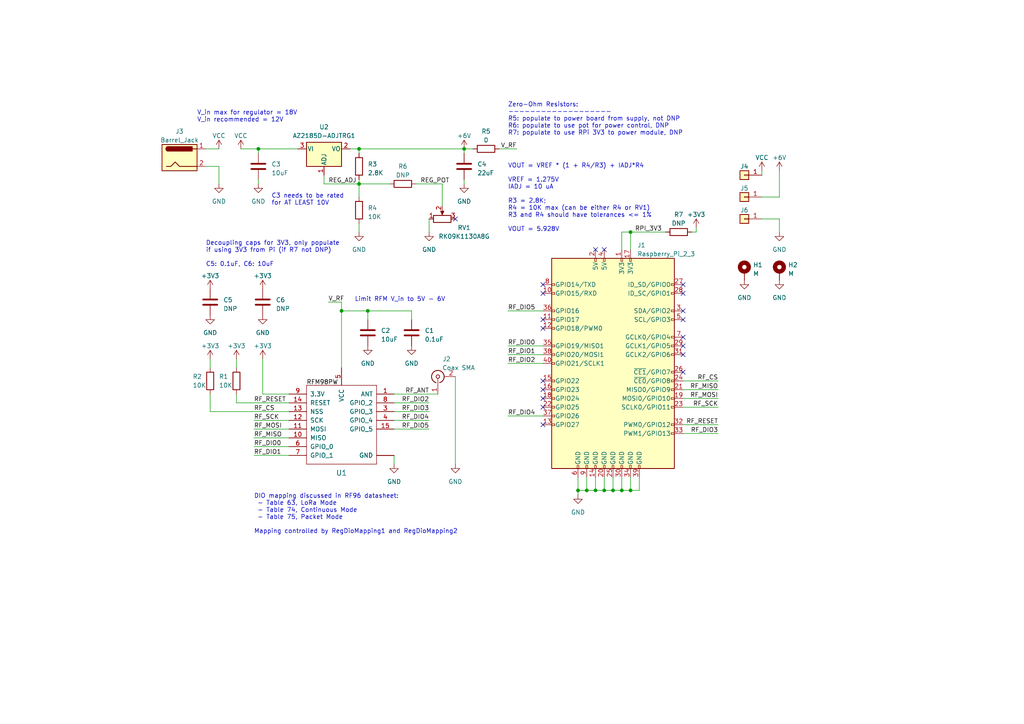
<source format=kicad_sch>
(kicad_sch (version 20230121) (generator eeschema)
  (paper "A4")
  (title_block (title "Argus-1 Ground Station") (date "2023-10-29") (rev "v1.1") (company "LICENSE: CC BY 4.0") (comment 1 "Carnegie Mellon University") (comment 2 "Author: Akshat Sahay") (comment 3 "Comms-Ops Team") (comment 4 "CMU Spacecraft Design-Build-Fly 2023"))
  (lib_symbols
    (symbol "Connector:Barrel_Jack" (pin_names (offset 1.016))
      (property "Reference" "J" (at 0 5.334 0))
      (property "Value" "Barrel_Jack" (at 0 -5.08 0))
      (symbol "Barrel_Jack_0_1"
        (rectangle (start -5.08 3.81) (end 5.08 -3.81) (stroke (width 0.254)) (fill (type background)))
        (arc (start -3.302 3.175) (mid -3.9343 2.54) (end -3.302 1.905) (stroke (width 0.254)))
        (arc (start -3.302 3.175) (mid -3.9343 2.54) (end -3.302 1.905) (stroke (width 0.254)) (fill (type outline)))
        (polyline (pts (xy 5.08 2.54) (xy 3.81 2.54)) (stroke (width 0.254)))
        (polyline (pts (xy -3.81 -2.54) (xy -2.54 -2.54) (xy -1.27 -1.27) (xy 0 -2.54) (xy 2.54 -2.54) (xy 5.08 -2.54)) (stroke (width 0.254)))
        (rectangle (start 3.683 3.175) (end -3.302 1.905) (stroke (width 0.254)) (fill (type outline)))
      )
      (symbol "Barrel_Jack_1_1"
        (pin passive line (at 7.62 2.54 180) (length 2.54) (name "~") (number "1"))
        (pin passive line (at 7.62 -2.54 180) (length 2.54) (name "~") (number "2"))
      )
    )
    (symbol "Connector:Raspberry_Pi_2_3" (pin_names (offset 1.016))
      (property "Reference" "J" (at -17.78 31.75 0))
      (property "Value" "Raspberry_Pi_2_3" (at 10.16 -31.75 0))
      (symbol "Raspberry_Pi_2_3_0_1"
        (rectangle (start -17.78 30.48) (end 17.78 -30.48) (stroke (width 0.254)) (fill (type background)))
      )
      (symbol "Raspberry_Pi_2_3_1_1"
        (rectangle (start -16.891 -17.526) (end -17.78 -18.034))
        (rectangle (start -16.891 -14.986) (end -17.78 -15.494))
        (rectangle (start -16.891 -12.446) (end -17.78 -12.954))
        (rectangle (start -16.891 -9.906) (end -17.78 -10.414))
        (rectangle (start -16.891 -7.366) (end -17.78 -7.874))
        (rectangle (start -16.891 -4.826) (end -17.78 -5.334))
        (rectangle (start -16.891 0.254) (end -17.78 -0.254))
        (rectangle (start -16.891 2.794) (end -17.78 2.286))
        (rectangle (start -16.891 5.334) (end -17.78 4.826))
        (rectangle (start -16.891 10.414) (end -17.78 9.906))
        (rectangle (start -16.891 12.954) (end -17.78 12.446))
        (rectangle (start -16.891 15.494) (end -17.78 14.986))
        (rectangle (start -16.891 20.574) (end -17.78 20.066))
        (rectangle (start -16.891 23.114) (end -17.78 22.606))
        (rectangle (start -10.414 -29.591) (end -9.906 -30.48))
        (rectangle (start -7.874 -29.591) (end -7.366 -30.48))
        (rectangle (start -5.334 -29.591) (end -4.826 -30.48))
        (rectangle (start -5.334 30.48) (end -4.826 29.591))
        (rectangle (start -2.794 -29.591) (end -2.286 -30.48))
        (rectangle (start -2.794 30.48) (end -2.286 29.591))
        (rectangle (start -0.254 -29.591) (end 0.254 -30.48))
        (rectangle (start 2.286 -29.591) (end 2.794 -30.48))
        (rectangle (start 2.286 30.48) (end 2.794 29.591))
        (rectangle (start 4.826 -29.591) (end 5.334 -30.48))
        (rectangle (start 4.826 30.48) (end 5.334 29.591))
        (rectangle (start 7.366 -29.591) (end 7.874 -30.48))
        (rectangle (start 17.78 -20.066) (end 16.891 -20.574))
        (rectangle (start 17.78 -17.526) (end 16.891 -18.034))
        (rectangle (start 17.78 -12.446) (end 16.891 -12.954))
        (rectangle (start 17.78 -9.906) (end 16.891 -10.414))
        (rectangle (start 17.78 -7.366) (end 16.891 -7.874))
        (rectangle (start 17.78 -4.826) (end 16.891 -5.334))
        (rectangle (start 17.78 -2.286) (end 16.891 -2.794))
        (rectangle (start 17.78 2.794) (end 16.891 2.286))
        (rectangle (start 17.78 5.334) (end 16.891 4.826))
        (rectangle (start 17.78 7.874) (end 16.891 7.366))
        (rectangle (start 17.78 12.954) (end 16.891 12.446))
        (rectangle (start 17.78 15.494) (end 16.891 14.986))
        (rectangle (start 17.78 20.574) (end 16.891 20.066))
        (rectangle (start 17.78 23.114) (end 16.891 22.606))
        (pin power_in line (at 2.54 33.02 270) (length 2.54) (name "3V3") (number "1"))
        (pin bidirectional line (at -20.32 20.32 0) (length 2.54) (name "GPIO15/RXD") (number "10"))
        (pin bidirectional line (at -20.32 12.7 0) (length 2.54) (name "GPIO17") (number "11"))
        (pin bidirectional line (at -20.32 10.16 0) (length 2.54) (name "GPIO18/PWM0") (number "12"))
        (pin bidirectional line (at -20.32 -17.78 0) (length 2.54) (name "GPIO27") (number "13"))
        (pin power_in line (at -5.08 -33.02 90) (length 2.54) (name "GND") (number "14"))
        (pin bidirectional line (at -20.32 -5.08 0) (length 2.54) (name "GPIO22") (number "15"))
        (pin bidirectional line (at -20.32 -7.62 0) (length 2.54) (name "GPIO23") (number "16"))
        (pin power_in line (at 5.08 33.02 270) (length 2.54) (name "3V3") (number "17"))
        (pin bidirectional line (at -20.32 -10.16 0) (length 2.54) (name "GPIO24") (number "18"))
        (pin bidirectional line (at 20.32 -10.16 180) (length 2.54) (name "MOSI0/GPIO10") (number "19"))
        (pin power_in line (at -5.08 33.02 270) (length 2.54) (name "5V") (number "2"))
        (pin power_in line (at -2.54 -33.02 90) (length 2.54) (name "GND") (number "20"))
        (pin bidirectional line (at 20.32 -7.62 180) (length 2.54) (name "MISO0/GPIO9") (number "21"))
        (pin bidirectional line (at -20.32 -12.7 0) (length 2.54) (name "GPIO25") (number "22"))
        (pin bidirectional line (at 20.32 -12.7 180) (length 2.54) (name "SCLK0/GPIO11") (number "23"))
        (pin bidirectional line (at 20.32 -5.08 180) (length 2.54) (name "~{CE0}/GPIO8") (number "24"))
        (pin power_in line (at 0 -33.02 90) (length 2.54) (name "GND") (number "25"))
        (pin bidirectional line (at 20.32 -2.54 180) (length 2.54) (name "~{CE1}/GPIO7") (number "26"))
        (pin bidirectional line (at 20.32 22.86 180) (length 2.54) (name "ID_SD/GPIO0") (number "27"))
        (pin bidirectional line (at 20.32 20.32 180) (length 2.54) (name "ID_SC/GPIO1") (number "28"))
        (pin bidirectional line (at 20.32 5.08 180) (length 2.54) (name "GCLK1/GPIO5") (number "29"))
        (pin bidirectional line (at 20.32 15.24 180) (length 2.54) (name "SDA/GPIO2") (number "3"))
        (pin power_in line (at 2.54 -33.02 90) (length 2.54) (name "GND") (number "30"))
        (pin bidirectional line (at 20.32 2.54 180) (length 2.54) (name "GCLK2/GPIO6") (number "31"))
        (pin bidirectional line (at 20.32 -17.78 180) (length 2.54) (name "PWM0/GPIO12") (number "32"))
        (pin bidirectional line (at 20.32 -20.32 180) (length 2.54) (name "PWM1/GPIO13") (number "33"))
        (pin power_in line (at 5.08 -33.02 90) (length 2.54) (name "GND") (number "34"))
        (pin bidirectional line (at -20.32 5.08 0) (length 2.54) (name "GPIO19/MISO1") (number "35"))
        (pin bidirectional line (at -20.32 15.24 0) (length 2.54) (name "GPIO16") (number "36"))
        (pin bidirectional line (at -20.32 -15.24 0) (length 2.54) (name "GPIO26") (number "37"))
        (pin bidirectional line (at -20.32 2.54 0) (length 2.54) (name "GPIO20/MOSI1") (number "38"))
        (pin power_in line (at 7.62 -33.02 90) (length 2.54) (name "GND") (number "39"))
        (pin power_in line (at -2.54 33.02 270) (length 2.54) (name "5V") (number "4"))
        (pin bidirectional line (at -20.32 0 0) (length 2.54) (name "GPIO21/SCLK1") (number "40"))
        (pin bidirectional line (at 20.32 12.7 180) (length 2.54) (name "SCL/GPIO3") (number "5"))
        (pin power_in line (at -10.16 -33.02 90) (length 2.54) (name "GND") (number "6"))
        (pin bidirectional line (at 20.32 7.62 180) (length 2.54) (name "GCLK0/GPIO4") (number "7"))
        (pin bidirectional line (at -20.32 22.86 0) (length 2.54) (name "GPIO14/TXD") (number "8"))
        (pin power_in line (at -7.62 -33.02 90) (length 2.54) (name "GND") (number "9"))
      )
    )
    (symbol "Connector_Generic:Conn_01x01" (pin_names (offset 1.016) hide)
      (property "Reference" "J" (at 0 2.54 0))
      (property "Value" "Conn_01x01" (at 0 -2.54 0))
      (symbol "Conn_01x01_1_1"
        (rectangle (start -1.27 0.127) (end 0 -0.127) (stroke (width 0.1524)))
        (rectangle (start -1.27 1.27) (end 1.27 -1.27) (stroke (width 0.254)) (fill (type background)))
        (pin passive line (at -5.08 0 0) (length 3.81) (name "Pin_1") (number "1"))
      )
    )
    (symbol "Device:C" (pin_numbers hide) (pin_names (offset 0.254))
      (property "Reference" "C" (at 0.635 2.54 0))
      (property "Value" "C" (at 0.635 -2.54 0))
      (symbol "C_0_1"
        (polyline (pts (xy -2.032 -0.762) (xy 2.032 -0.762)) (stroke (width 0.508)))
        (polyline (pts (xy -2.032 0.762) (xy 2.032 0.762)) (stroke (width 0.508)))
      )
      (symbol "C_1_1"
        (pin passive line (at 0 3.81 270) (length 2.794) (name "~") (number "1"))
        (pin passive line (at 0 -3.81 90) (length 2.794) (name "~") (number "2"))
      )
    )
    (symbol "Device:R" (pin_numbers hide) (pin_names (offset 0))
      (property "Reference" "R" (at 2.032 0 90))
      (property "Value" "R" (at 0 0 90))
      (symbol "R_0_1"
        (rectangle (start -1.016 -2.54) (end 1.016 2.54) (stroke (width 0.254)))
      )
      (symbol "R_1_1"
        (pin passive line (at 0 3.81 270) (length 1.27) (name "~") (number "1"))
        (pin passive line (at 0 -3.81 90) (length 1.27) (name "~") (number "2"))
      )
    )
    (symbol "Device:R_Potentiometer" (pin_names (offset 1.016) hide)
      (property "Reference" "RV" (at -4.445 0 90))
      (property "Value" "R_Potentiometer" (at -2.54 0 90))
      (symbol "R_Potentiometer_0_1"
        (polyline (pts (xy 2.54 0) (xy 1.524 0)))
        (polyline (pts (xy 1.143 0) (xy 2.286 0.508) (xy 2.286 -0.508) (xy 1.143 0)) (fill (type outline)))
        (rectangle (start 1.016 2.54) (end -1.016 -2.54) (stroke (width 0.254)))
      )
      (symbol "R_Potentiometer_1_1"
        (pin passive line (at 0 3.81 270) (length 1.27) (name "1") (number "1"))
        (pin passive line (at 3.81 0 180) (length 1.27) (name "2") (number "2"))
        (pin passive line (at 0 -3.81 90) (length 1.27) (name "3") (number "3"))
      )
    )
    (symbol "Mainboard:Connector_Conn_Coaxial" (pin_names (offset 1.016) hide)
      (property "Reference" "J" (at 0.254 3.048 0))
      (property "Value" "Connector_Conn_Coaxial" (at 2.921 0 90))
      (symbol "Connector_Conn_Coaxial_0_1"
        (arc (start -1.778 -0.508) (mid 0.2311 -1.8066) (end 1.778 0) (stroke (width 0.254)))
        (polyline (pts (xy -2.54 0) (xy -0.508 0)))
        (polyline (pts (xy 0 -2.54) (xy 0 -1.778)))
        (circle (center 0 0) (radius 0.508) (stroke (width 0.2032)))
        (arc (start 1.778 0) (mid 0.2099 1.8101) (end -1.778 0.508) (stroke (width 0.254)))
      )
      (symbol "Connector_Conn_Coaxial_1_1"
        (pin passive line (at -5.08 0 0) (length 2.54) (name "In") (number "1"))
        (pin passive line (at 0 -5.08 90) (length 2.54) (name "Ext") (number "2"))
      )
    )
    (symbol "Mechanical:MountingHole_Pad" (pin_numbers hide) (pin_names (offset 1.016) hide)
      (property "Reference" "H" (at 0 6.35 0))
      (property "Value" "MountingHole_Pad" (at 0 4.445 0))
      (symbol "MountingHole_Pad_0_1"
        (circle (center 0 1.27) (radius 1.27) (stroke (width 1.27)))
      )
      (symbol "MountingHole_Pad_1_1"
        (pin input line (at 0 -2.54 90) (length 2.54) (name "1") (number "1"))
      )
    )
    (symbol "RF_Module_HOPERF:RFM98PW" (pin_names (offset 1.016))
      (property "Reference" "U" (at -7.62 10.16 0))
      (symbol "RFM98PW_0_0"
        (pin bidirectional line (at 17.78 -10.16 180) (length 5.08) hide (name "GND") (number "17"))
        (pin bidirectional line (at 2.54 15.24 270) (length 5.08) (name "VCC") (number "5"))
      )
      (symbol "RFM98PW_1_0"
        (polyline (pts (xy -7.62 -12.7) (xy -7.62 10.16)))
        (polyline (pts (xy -7.62 10.16) (xy 12.7 10.16)))
        (polyline (pts (xy 12.7 -12.7) (xy -7.62 -12.7)))
        (polyline (pts (xy 12.7 10.16) (xy 12.7 -12.7)))
        (pin bidirectional line (at 17.78 7.62 180) (length 5.08) (name "ANT") (number "1"))
        (pin bidirectional line (at -12.7 -5.08 0) (length 5.08) (name "MISO") (number "10"))
        (pin bidirectional line (at -12.7 -2.54 0) (length 5.08) (name "MOSI") (number "11"))
        (pin bidirectional line (at -12.7 0 0) (length 5.08) (name "SCK") (number "12"))
        (pin bidirectional line (at -12.7 2.54 0) (length 5.08) (name "NSS") (number "13"))
        (pin bidirectional line (at -12.7 5.08 0) (length 5.08) (name "RESET") (number "14"))
        (pin bidirectional line (at 17.78 -2.54 180) (length 5.08) (name "GPIO_5") (number "15"))
        (pin bidirectional line (at 17.78 -10.16 180) (length 5.08) (name "GND") (number "16"))
        (pin bidirectional line (at 17.78 -10.16 180) (length 5.08) (name "GND") (number "2"))
        (pin bidirectional line (at 17.78 2.54 180) (length 5.08) (name "GPIO_3") (number "3"))
        (pin bidirectional line (at 17.78 0 180) (length 5.08) (name "GPIO_4") (number "4"))
        (pin bidirectional line (at -12.7 -7.62 0) (length 5.08) (name "GPIO_0") (number "6"))
        (pin bidirectional line (at -12.7 -10.16 0) (length 5.08) (name "GPIO_1") (number "7"))
        (pin bidirectional line (at 17.78 5.08 180) (length 5.08) (name "GPIO_2") (number "8"))
        (pin power_in line (at -12.7 7.62 0) (length 5.08) (name "3.3V") (number "9"))
      )
    )
    (symbol "Regulator_Linear:LM317_TO-252" (pin_names (offset 0.254))
      (property "Reference" "U" (at -3.81 3.175 0))
      (property "Value" "LM317_TO-252" (at 0 3.175 0))
      (symbol "LM317_TO-252_0_1"
        (rectangle (start -5.08 1.905) (end 5.08 -5.08) (stroke (width 0.254)) (fill (type background)))
      )
      (symbol "LM317_TO-252_1_1"
        (pin input line (at 0 -7.62 90) (length 2.54) (name "ADJ") (number "1"))
        (pin power_out line (at 7.62 0 180) (length 2.54) (name "VO") (number "2"))
        (pin power_in line (at -7.62 0 0) (length 2.54) (name "VI") (number "3"))
      )
    )
    (symbol "power:+3V3" (power) (pin_names (offset 0))
      (property "Value" "+3V3" (at 0 3.556 0))
      (symbol "+3V3_0_1"
        (polyline (pts (xy -0.762 1.27) (xy 0 2.54)))
        (polyline (pts (xy 0 0) (xy 0 2.54)))
        (polyline (pts (xy 0 2.54) (xy 0.762 1.27)))
      )
      (symbol "+3V3_1_1"
        (pin power_in line (at 0 0 90) (length 0) hide (name "+3V3") (number "1"))
      )
    )
    (symbol "power:+6V" (power) (pin_names (offset 0))
      (property "Value" "+6V" (at 0 3.556 0))
      (symbol "+6V_0_1"
        (polyline (pts (xy -0.762 1.27) (xy 0 2.54)))
        (polyline (pts (xy 0 0) (xy 0 2.54)))
        (polyline (pts (xy 0 2.54) (xy 0.762 1.27)))
      )
      (symbol "+6V_1_1"
        (pin power_in line (at 0 0 90) (length 0) hide (name "+6V") (number "1"))
      )
    )
    (symbol "power:GND" (power) (pin_names (offset 0))
      (property "Value" "GND" (at 0 -3.81 0))
      (symbol "GND_0_1"
        (polyline (pts (xy 0 0) (xy 0 -1.27) (xy 1.27 -1.27) (xy 0 -2.54) (xy -1.27 -1.27) (xy 0 -1.27)))
      )
      (symbol "GND_1_1"
        (pin power_in line (at 0 0 270) (length 0) hide (name "GND") (number "1"))
      )
    )
    (symbol "power:VCC" (power) (pin_names (offset 0))
      (property "Value" "VCC" (at 0 3.81 0))
      (symbol "VCC_0_1"
        (polyline (pts (xy -0.762 1.27) (xy 0 2.54)))
        (polyline (pts (xy 0 0) (xy 0 2.54)))
        (polyline (pts (xy 0 2.54) (xy 0.762 1.27)))
      )
      (symbol "VCC_1_1"
        (pin power_in line (at 0 0 90) (length 0) hide (name "VCC") (number "1"))
      )
    )
  )
  (junction (at 170.18 142.24))
  (junction (at 182.88 67.31))
  (junction (at 180.34 142.24))
  (junction (at 106.68 90.17))
  (junction (at 134.62 43.18))
  (junction (at 182.88 142.24))
  (junction (at 177.8 142.24))
  (junction (at 172.72 142.24))
  (junction (at 175.26 142.24))
  (junction (at 167.64 142.24))
  (junction (at 104.14 43.18))
  (junction (at 74.93 43.18))
  (junction (at 99.06 90.17))
  (junction (at 104.14 53.34))
  (no_connect (at 198.12 90.17))
  (no_connect (at 132.08 63.5))
  (no_connect (at 198.12 82.55))
  (no_connect (at 157.48 115.57))
  (no_connect (at 157.48 113.03))
  (no_connect (at 157.48 110.49))
  (no_connect (at 157.48 92.71))
  (no_connect (at 172.72 72.39))
  (no_connect (at 157.48 118.11))
  (no_connect (at 198.12 100.33))
  (no_connect (at 198.12 92.71))
  (no_connect (at 198.12 102.87))
  (no_connect (at 198.12 107.95))
  (no_connect (at 157.48 123.19))
  (no_connect (at 198.12 85.09))
  (no_connect (at 157.48 85.09))
  (no_connect (at 157.48 82.55))
  (no_connect (at 157.48 95.25))
  (no_connect (at 198.12 97.79))
  (no_connect (at 175.26 72.39))
  (wire (pts (xy 182.88 67.31) (xy 182.88 72.39)))
  (wire (pts (xy 73.66 132.08) (xy 83.82 132.08)))
  (wire (pts (xy 60.96 104.14) (xy 60.96 106.68)))
  (wire (pts (xy 128.27 53.34) (xy 128.27 59.69)))
  (wire (pts (xy 201.93 66.04) (xy 201.93 67.31)))
  (wire (pts (xy 114.3 114.3) (xy 127 114.3)))
  (wire (pts (xy 104.14 43.18) (xy 104.14 44.45)))
  (wire (pts (xy 144.78 43.18) (xy 149.86 43.18)))
  (wire (pts (xy 74.93 52.07) (xy 74.93 53.34)))
  (wire (pts (xy 60.96 114.3) (xy 60.96 119.38)))
  (wire (pts (xy 147.32 120.65) (xy 157.48 120.65)))
  (wire (pts (xy 106.68 90.17) (xy 119.38 90.17)))
  (wire (pts (xy 198.12 113.03) (xy 208.28 113.03)))
  (wire (pts (xy 74.93 43.18) (xy 86.36 43.18)))
  (wire (pts (xy 114.3 116.84) (xy 124.46 116.84)))
  (wire (pts (xy 68.58 116.84) (xy 83.82 116.84)))
  (wire (pts (xy 63.5 48.26) (xy 63.5 53.34)))
  (wire (pts (xy 104.14 52.07) (xy 104.14 53.34)))
  (wire (pts (xy 60.96 119.38) (xy 83.82 119.38)))
  (wire (pts (xy 73.66 129.54) (xy 83.82 129.54)))
  (wire (pts (xy 198.12 125.73) (xy 208.28 125.73)))
  (wire (pts (xy 180.34 138.43) (xy 180.34 142.24)))
  (wire (pts (xy 73.66 121.92) (xy 83.82 121.92)))
  (wire (pts (xy 180.34 142.24) (xy 182.88 142.24)))
  (wire (pts (xy 180.34 67.31) (xy 182.88 67.31)))
  (wire (pts (xy 198.12 110.49) (xy 208.28 110.49)))
  (wire (pts (xy 68.58 104.14) (xy 68.58 106.68)))
  (wire (pts (xy 147.32 105.41) (xy 157.48 105.41)))
  (wire (pts (xy 106.68 90.17) (xy 106.68 92.71)))
  (wire (pts (xy 226.06 63.5) (xy 226.06 67.31)))
  (wire (pts (xy 104.14 53.34) (xy 113.03 53.34)))
  (wire (pts (xy 182.88 142.24) (xy 185.42 142.24)))
  (wire (pts (xy 73.66 127) (xy 83.82 127)))
  (wire (pts (xy 99.06 87.63) (xy 99.06 90.17)))
  (wire (pts (xy 177.8 142.24) (xy 180.34 142.24)))
  (wire (pts (xy 226.06 49.53) (xy 226.06 57.15)))
  (wire (pts (xy 134.62 43.18) (xy 137.16 43.18)))
  (wire (pts (xy 147.32 102.87) (xy 157.48 102.87)))
  (wire (pts (xy 76.2 104.14) (xy 76.2 114.3)))
  (wire (pts (xy 114.3 132.08) (xy 114.3 134.62)))
  (wire (pts (xy 99.06 90.17) (xy 106.68 90.17)))
  (wire (pts (xy 147.32 100.33) (xy 157.48 100.33)))
  (wire (pts (xy 185.42 142.24) (xy 185.42 138.43)))
  (wire (pts (xy 104.14 43.18) (xy 134.62 43.18)))
  (wire (pts (xy 95.25 87.63) (xy 99.06 87.63)))
  (wire (pts (xy 59.69 48.26) (xy 63.5 48.26)))
  (wire (pts (xy 177.8 138.43) (xy 177.8 142.24)))
  (wire (pts (xy 170.18 142.24) (xy 172.72 142.24)))
  (wire (pts (xy 147.32 90.17) (xy 157.48 90.17)))
  (wire (pts (xy 198.12 115.57) (xy 208.28 115.57)))
  (wire (pts (xy 198.12 118.11) (xy 208.28 118.11)))
  (wire (pts (xy 101.6 43.18) (xy 104.14 43.18)))
  (wire (pts (xy 172.72 142.24) (xy 175.26 142.24)))
  (wire (pts (xy 182.88 67.31) (xy 193.04 67.31)))
  (wire (pts (xy 134.62 52.07) (xy 134.62 53.34)))
  (wire (pts (xy 99.06 90.17) (xy 99.06 106.68)))
  (wire (pts (xy 73.66 124.46) (xy 83.82 124.46)))
  (wire (pts (xy 175.26 142.24) (xy 177.8 142.24)))
  (wire (pts (xy 119.38 90.17) (xy 119.38 92.71)))
  (wire (pts (xy 220.98 63.5) (xy 226.06 63.5)))
  (wire (pts (xy 172.72 138.43) (xy 172.72 142.24)))
  (wire (pts (xy 134.62 43.18) (xy 134.62 44.45)))
  (wire (pts (xy 220.98 49.53) (xy 220.98 50.8)))
  (wire (pts (xy 200.66 67.31) (xy 201.93 67.31)))
  (wire (pts (xy 167.64 142.24) (xy 167.64 143.51)))
  (wire (pts (xy 74.93 43.18) (xy 74.93 44.45)))
  (wire (pts (xy 170.18 138.43) (xy 170.18 142.24)))
  (wire (pts (xy 182.88 138.43) (xy 182.88 142.24)))
  (wire (pts (xy 83.82 114.3) (xy 76.2 114.3)))
  (wire (pts (xy 132.08 109.22) (xy 132.08 134.62)))
  (wire (pts (xy 180.34 72.39) (xy 180.34 67.31)))
  (wire (pts (xy 175.26 138.43) (xy 175.26 142.24)))
  (wire (pts (xy 114.3 119.38) (xy 124.46 119.38)))
  (wire (pts (xy 93.98 53.34) (xy 104.14 53.34)))
  (wire (pts (xy 114.3 121.92) (xy 124.46 121.92)))
  (wire (pts (xy 220.98 57.15) (xy 226.06 57.15)))
  (wire (pts (xy 93.98 53.34) (xy 93.98 50.8)))
  (wire (pts (xy 104.14 53.34) (xy 104.14 57.15)))
  (wire (pts (xy 114.3 124.46) (xy 124.46 124.46)))
  (wire (pts (xy 124.46 63.5) (xy 124.46 67.31)))
  (wire (pts (xy 59.69 43.18) (xy 63.5 43.18)))
  (wire (pts (xy 198.12 123.19) (xy 208.28 123.19)))
  (wire (pts (xy 120.65 53.34) (xy 128.27 53.34)))
  (wire (pts (xy 167.64 142.24) (xy 170.18 142.24)))
  (wire (pts (xy 167.64 138.43) (xy 167.64 142.24)))
  (wire (pts (xy 104.14 64.77) (xy 104.14 67.31)))
  (wire (pts (xy 69.85 43.18) (xy 74.93 43.18)))
  (wire (pts (xy 68.58 114.3) (xy 68.58 116.84)))
  (text "Decoupling caps for 3V3, only populate \nif using 3V3 from Pi (if R7 not DNP)\n\nC5: 0.1uF, C6: 10uF" (at 59.69 77.47 0) (effects (font (size 1.27 1.27)) (justify left bottom)))
  (text "Limit RFM V_in to 5V - 6V" (at 102.87 87.63 0) (effects (font (size 1.27 1.27)) (justify left bottom)))
  (text "DIO mapping discussed in RF96 datasheet:\n - Table 63, LoRa Mode\n - Table 74, Continuous Mode\n - Table 75, Packet Mode\n\nMapping controlled by RegDioMapping1 and RegDioMapping2" (at 73.66 154.94 0) (effects (font (size 1.27 1.27)) (justify left bottom)))
  (text "Zero-Ohm Resistors:\n-------------------\nR5: populate to power board from supply, not DNP\nR6: populate to use pot for power control, DNP\nR7: populate to use RPi 3V3 to power module, DNP" (at 147.32 39.37 0) (effects (font (size 1.27 1.27)) (justify left bottom)))
  (text "V_in max for regulator = 18V\nV_in recommended = 12V" (at 57.15 35.56 0) (effects (font (size 1.27 1.27)) (justify left bottom)))
  (text "RFM98PW" (at 88.9 111.76 0) (effects (font (size 1.27 1.27)) (justify left bottom)))
  (text "C3 needs to be rated\nfor AT LEAST 10V" (at 78.74 59.69 0) (effects (font (size 1.27 1.27)) (justify left bottom)))
  (text "VOUT = VREF * (1 + R4/R3) + IADJ*R4\n\nVREF = 1.275V\nIADJ = 10 uA\n\nR3 = 2.8K; \nR4 = 10K max (can be either R4 or RV1)\nR3 and R4 should have tolerances <= 1%\n\nVOUT = 5.928V" (at 147.32 67.31 0) (effects (font (size 1.27 1.27)) (justify left bottom)))
  (label "V_RF" (at 95.25 87.63 0))
  (label "V_RF" (at 149.86 43.18 180))
  (label "RF_RESET" (at 208.28 123.19 180))
  (label "RF_DIO5" (at 124.46 124.46 180))
  (label "RF_DIO0" (at 147.32 100.33 0))
  (label "RPI_3V3" (at 184.15 67.31 0))
  (label "RF_SCK" (at 73.66 121.92 0))
  (label "RF_MISO" (at 208.28 113.03 180))
  (label "RF_SCK" (at 208.28 118.11 180))
  (label "REG_ADJ" (at 95.25 53.34 0))
  (label "RF_DIO2" (at 147.32 105.41 0))
  (label "RF_MISO" (at 73.66 127 0))
  (label "RF_CS" (at 208.28 110.49 180))
  (label "RF_CS" (at 73.66 119.38 0))
  (label "RF_DIO3" (at 208.28 125.73 180))
  (label "RF_DIO4" (at 147.32 120.65 0))
  (label "RF_DIO1" (at 73.66 132.08 0))
  (label "RF_DIO3" (at 124.46 119.38 180))
  (label "RF_DIO5" (at 147.32 90.17 0))
  (label "RF_MOSI" (at 208.28 115.57 180))
  (label "RF_DIO1" (at 147.32 102.87 0))
  (label "RF_DIO4" (at 124.46 121.92 180))
  (label "RF_ANT" (at 124.46 114.3 180))
  (label "RF_RESET" (at 73.66 116.84 0))
  (label "REG_POT" (at 121.92 53.34 0))
  (label "RF_DIO2" (at 124.46 116.84 180))
  (label "RF_MOSI" (at 73.66 124.46 0))
  (label "RF_DIO0" (at 73.66 129.54 0))
  (symbol (lib_id "power:GND") (at 106.68 100.33 0) (unit 1)
    (property "Reference" "#PWR09" (effects hide))
    (property "Value" "GND" (at 106.68 105.41 0))
  )
  (symbol (lib_id "power:GND") (at 167.64 143.51 0) (unit 1)
    (property "Reference" "#PWR05" (effects hide))
    (property "Value" "GND" (at 167.64 148.59 0))
  )
  (symbol (lib_id "power:GND") (at 60.96 91.44 0) (unit 1)
    (property "Reference" "#PWR023" (effects hide))
    (property "Value" "GND" (at 60.96 96.52 0))
  )
  (symbol (lib_id "power:+3V3") (at 68.58 104.14 0) (unit 1)
    (property "Reference" "#PWR01" (effects hide))
    (property "Value" "+3V3" (at 68.58 100.33 0))
  )
  (symbol (lib_id "power:VCC") (at 63.5 43.18 0) (unit 1)
    (property "Reference" "#PWR04" (effects hide))
    (property "Value" "VCC" (at 63.5 39.37 0))
  )
  (symbol (lib_id "Device:C") (at 74.93 48.26 0) (unit 1)
    (property "Reference" "C3" (at 78.74 47.625 0) (effects (justify left)))
    (property "Value" "10uF" (at 78.74 50.165 0) (effects (justify left)))
    (property "Footprint" "Capacitor_SMD:C_0805_2012Metric_Pad1.18x1.45mm_HandSolder" (effects hide))
  )
  (symbol (lib_id "power:GND") (at 74.93 53.34 0) (unit 1)
    (property "Reference" "#PWR012" (effects hide))
    (property "Value" "GND" (at 74.93 58.42 0))
  )
  (symbol (lib_id "Device:R") (at 68.58 110.49 180) (unit 1)
    (property "Reference" "R1" (at 63.5 109.22 0) (effects (justify right)))
    (property "Value" "10K" (at 63.5 111.76 0) (effects (justify right)))
    (property "Footprint" "Resistor_SMD:R_0805_2012Metric_Pad1.20x1.40mm_HandSolder" (effects hide))
  )
  (symbol (lib_id "Device:C") (at 60.96 87.63 0) (unit 1)
    (property "Reference" "C5" (at 64.77 86.995 0) (effects (justify left)))
    (property "Value" "DNP" (at 64.77 89.535 0) (effects (justify left)))
    (property "Footprint" "Capacitor_SMD:C_0603_1608Metric_Pad1.08x0.95mm_HandSolder" (effects hide))
  )
  (symbol (lib_id "Device:R") (at 60.96 110.49 180) (unit 1)
    (property "Reference" "R2" (at 55.88 109.22 0) (effects (justify right)))
    (property "Value" "10K" (at 55.88 111.76 0) (effects (justify right)))
    (property "Footprint" "Resistor_SMD:R_0805_2012Metric_Pad1.20x1.40mm_HandSolder" (effects hide))
  )
  (symbol (lib_id "power:+3V3") (at 60.96 104.14 0) (unit 1)
    (property "Reference" "#PWR08" (effects hide))
    (property "Value" "+3V3" (at 60.96 100.33 0))
  )
  (symbol (lib_id "power:GND") (at 134.62 53.34 0) (unit 1)
    (property "Reference" "#PWR014" (effects hide))
    (property "Value" "GND" (at 134.62 58.42 0))
  )
  (symbol (lib_id "power:GND") (at 63.5 53.34 0) (unit 1)
    (property "Reference" "#PWR011" (effects hide))
    (property "Value" "GND" (at 63.5 58.42 0))
  )
  (symbol (lib_id "Device:R_Potentiometer") (at 128.27 63.5 90) (unit 1)
    (property "Reference" "RV1" (at 134.62 66.04 90))
    (property "Value" "RK09K1130A8G" (at 134.62 68.58 90))
    (property "Footprint" "Potentiometer_THT:Potentiometer_Alps_RK09K_Single_Vertical" (effects hide))
  )
  (symbol (lib_id "power:VCC") (at 220.98 49.53 0) (unit 1)
    (property "Reference" "#PWR018" (effects hide))
    (property "Value" "VCC" (at 220.98 45.72 0))
  )
  (symbol (lib_id "power:GND") (at 104.14 67.31 0) (unit 1)
    (property "Reference" "#PWR022" (effects hide))
    (property "Value" "GND" (at 104.14 72.39 0))
  )
  (symbol (lib_id "Device:C") (at 106.68 96.52 0) (unit 1)
    (property "Reference" "C2" (at 110.49 95.885 0) (effects (justify left)))
    (property "Value" "10uF" (at 110.49 98.425 0) (effects (justify left)))
    (property "Footprint" "Capacitor_SMD:C_0603_1608Metric_Pad1.08x0.95mm_HandSolder" (effects hide))
  )
  (symbol (lib_id "power:GND") (at 114.3 134.62 0) (unit 1)
    (property "Reference" "#PWR03" (effects hide))
    (property "Value" "GND" (at 114.3 139.7 0))
  )
  (symbol (lib_id "power:+6V") (at 134.62 43.18 0) (unit 1)
    (property "Reference" "#PWR015" (effects hide))
    (property "Value" "+6V" (at 134.62 39.37 0))
  )
  (symbol (lib_id "Device:C") (at 134.62 48.26 0) (unit 1)
    (property "Reference" "C4" (at 138.43 47.625 0) (effects (justify left)))
    (property "Value" "22uF" (at 138.43 50.165 0) (effects (justify left)))
    (property "Footprint" "Capacitor_SMD:C_0805_2012Metric_Pad1.18x1.45mm_HandSolder" (effects hide))
  )
  (symbol (lib_id "power:+3V3") (at 76.2 83.82 0) (unit 1)
    (property "Reference" "#PWR025" (effects hide))
    (property "Value" "+3V3" (at 76.2 80.01 0))
  )
  (symbol (lib_id "power:+3V3") (at 76.2 104.14 0) (unit 1)
    (property "Reference" "#PWR07" (effects hide))
    (property "Value" "+3V3" (at 76.2 100.33 0))
  )
  (symbol (lib_id "power:GND") (at 124.46 67.31 0) (unit 1)
    (property "Reference" "#PWR013" (effects hide))
    (property "Value" "GND" (at 124.46 72.39 0))
  )
  (symbol (lib_id "power:GND") (at 132.08 134.62 0) (unit 1)
    (property "Reference" "#PWR06" (effects hide))
    (property "Value" "GND" (at 132.08 139.7 0))
  )
  (symbol (lib_id "Device:R") (at 104.14 60.96 0) (unit 1)
    (property "Reference" "R4" (at 106.68 60.325 0) (effects (justify left)))
    (property "Value" "10K" (at 106.68 62.865 0) (effects (justify left)))
    (property "Footprint" "Resistor_SMD:R_0805_2012Metric_Pad1.20x1.40mm_HandSolder" (effects hide))
  )
  (symbol (lib_id "Device:C") (at 76.2 87.63 0) (unit 1)
    (property "Reference" "C6" (at 80.01 86.995 0) (effects (justify left)))
    (property "Value" "DNP" (at 80.01 89.535 0) (effects (justify left)))
    (property "Footprint" "Capacitor_SMD:C_0603_1608Metric_Pad1.08x0.95mm_HandSolder" (effects hide))
  )
  (symbol (lib_id "Regulator_Linear:LM317_TO-252") (at 93.98 43.18 0) (unit 1)
    (property "Reference" "U2" (at 93.98 36.83 0))
    (property "Value" "AZ2185D-ADJTRG1\n" (at 93.98 39.37 0))
    (property "Footprint" "Package_TO_SOT_SMD:TO-252-2" (effects hide))
    (property "Datasheet" "http://www.ti.com/lit/ds/snvs774n/snvs774n.pdf" (effects hide))
  )
  (symbol (lib_id "Connector_Generic:Conn_01x01") (at 215.9 63.5 180) (unit 1)
    (property "Reference" "J6" (at 215.9 60.96 0))
    (property "Value" "GND" (effects hide))
    (property "Footprint" "TestPoint:TestPoint_Loop_D2.50mm_Drill1.0mm" (effects hide))
  )
  (symbol (lib_id "Mainboard:Connector_Conn_Coaxial") (at 127 109.22 90) (unit 1)
    (property "Reference" "J2" (at 129.54 104.14 90))
    (property "Value" "Coax SMA" (at 128.27 106.68 90) (effects (justify right)))
    (property "Footprint" "Connector_Coaxial:SMA_Amphenol_901-144_Vertical" (effects hide))
  )
  (symbol (lib_id "Device:R") (at 104.14 48.26 0) (unit 1)
    (property "Reference" "R3" (at 106.68 47.625 0) (effects (justify left)))
    (property "Value" "2.8K" (at 106.68 50.165 0) (effects (justify left)))
    (property "Footprint" "Resistor_SMD:R_0805_2012Metric_Pad1.20x1.40mm_HandSolder" (effects hide))
  )
  (symbol (lib_id "Connector_Generic:Conn_01x01") (at 215.9 57.15 180) (unit 1)
    (property "Reference" "J5" (at 215.9 54.61 0))
    (property "Value" "6V" (effects hide))
    (property "Footprint" "TestPoint:TestPoint_Loop_D2.50mm_Drill1.0mm" (effects hide))
  )
  (symbol (lib_id "Device:R") (at 196.85 67.31 90) (unit 1)
    (property "Reference" "R7" (at 196.85 62.23 90))
    (property "Value" "DNP" (at 196.85 64.77 90))
    (property "Footprint" "Resistor_SMD:R_0805_2012Metric_Pad1.20x1.40mm_HandSolder" (effects hide))
  )
  (symbol (lib_id "power:GND") (at 119.38 100.33 0) (unit 1)
    (property "Reference" "#PWR010" (effects hide))
    (property "Value" "GND" (at 119.38 105.41 0))
  )
  (symbol (lib_id "RF_Module_HOPERF:RFM98PW") (at 96.52 121.92 0) (unit 1)
    (property "Reference" "U1" (at 99.06 137.16 0) (effects (font (size 1.4986 1.4986))))
    (property "Value" "RFM98PW" (effects hide))
    (property "Footprint" "RF_Module_HOPERF:RFM95PW" (effects hide))
  )
  (symbol (lib_id "Device:R") (at 140.97 43.18 90) (unit 1)
    (property "Reference" "R5" (at 140.97 38.1 90))
    (property "Value" "0" (at 140.97 40.64 90))
    (property "Footprint" "Resistor_SMD:R_1206_3216Metric_Pad1.30x1.75mm_HandSolder" (effects hide))
  )
  (symbol (lib_id "Mechanical:MountingHole_Pad") (at 226.06 78.74 0) (unit 1)
    (property "Reference" "H2" (at 228.6 76.835 0) (effects (justify left)))
    (property "Value" "M" (at 228.6 79.375 0) (effects (justify left)))
    (property "Footprint" "MountingHole:MountingHole_2.7mm_M2.5_Pad_Via" (effects hide))
  )
  (symbol (lib_id "Mechanical:MountingHole_Pad") (at 215.9 78.74 0) (unit 1)
    (property "Reference" "H1" (at 218.44 76.835 0) (effects (justify left)))
    (property "Value" "M" (at 218.44 79.375 0) (effects (justify left)))
    (property "Footprint" "MountingHole:MountingHole_2.7mm_M2.5_Pad_Via" (effects hide))
  )
  (symbol (lib_id "power:VCC") (at 69.85 43.18 0) (unit 1)
    (property "Reference" "#PWR02" (effects hide))
    (property "Value" "VCC" (at 69.85 39.37 0))
  )
  (symbol (lib_id "Device:R") (at 116.84 53.34 90) (unit 1)
    (property "Reference" "R6" (at 116.84 48.26 90))
    (property "Value" "DNP" (at 116.84 50.8 90))
    (property "Footprint" "Resistor_SMD:R_0805_2012Metric_Pad1.20x1.40mm_HandSolder" (effects hide))
  )
  (symbol (lib_id "Connector:Barrel_Jack") (at 52.07 45.72 0) (unit 1)
    (property "Reference" "J3" (at 52.07 38.1 0))
    (property "Value" "Barrel_Jack" (at 52.07 40.64 0))
    (property "Footprint" "Connector_BarrelJack:BarrelJack_Horizontal" (effects hide))
  )
  (symbol (lib_id "power:GND") (at 76.2 91.44 0) (unit 1)
    (property "Reference" "#PWR024" (effects hide))
    (property "Value" "GND" (at 76.2 96.52 0))
  )
  (symbol (lib_id "power:GND") (at 215.9 81.28 0) (unit 1)
    (property "Reference" "#PWR016" (effects hide))
    (property "Value" "GND" (at 215.9 86.36 0))
  )
  (symbol (lib_id "power:+3V3") (at 201.93 66.04 0) (unit 1)
    (property "Reference" "#PWR017" (effects hide))
    (property "Value" "+3V3" (at 201.93 62.23 0))
  )
  (symbol (lib_id "power:+3V3") (at 60.96 83.82 0) (unit 1)
    (property "Reference" "#PWR026" (effects hide))
    (property "Value" "+3V3" (at 60.96 80.01 0))
  )
  (symbol (lib_id "power:GND") (at 226.06 67.31 0) (unit 1)
    (property "Reference" "#PWR021" (effects hide))
    (property "Value" "GND" (at 226.06 72.39 0))
  )
  (symbol (lib_id "power:+6V") (at 226.06 49.53 0) (unit 1)
    (property "Reference" "#PWR020" (effects hide))
    (property "Value" "+6V" (at 226.06 45.72 0))
  )
  (symbol (lib_id "Device:C") (at 119.38 96.52 0) (unit 1)
    (property "Reference" "C1" (at 123.19 95.885 0) (effects (justify left)))
    (property "Value" "0.1uF" (at 123.19 98.425 0) (effects (justify left)))
    (property "Footprint" "Capacitor_SMD:C_0603_1608Metric_Pad1.08x0.95mm_HandSolder" (effects hide))
  )
  (symbol (lib_id "Connector:Raspberry_Pi_2_3") (at 177.8 105.41 0) (unit 1)
    (property "Reference" "J1" (at 184.8359 71.12 0) (effects (justify left)))
    (property "Value" "Raspberry_Pi_2_3" (at 184.8359 73.66 0) (effects (justify left)))
    (property "Footprint" "Connector_PinSocket_2.54mm:PinSocket_2x20_P2.54mm_Vertical" (effects hide))
    (property "Datasheet" "https://www.raspberrypi.org/documentation/hardware/raspberrypi/schematics/rpi_SCH_3bplus_1p0_reduced.pdf" (effects hide))
  )
  (symbol (lib_id "Connector_Generic:Conn_01x01") (at 215.9 50.8 180) (unit 1)
    (property "Reference" "J4" (at 215.9 48.26 0))
    (property "Value" "VCC" (effects hide))
    (property "Footprint" "TestPoint:TestPoint_Loop_D2.50mm_Drill1.0mm" (effects hide))
  )
  (symbol (lib_id "power:GND") (at 226.06 81.28 0) (unit 1)
    (property "Reference" "#PWR019" (effects hide))
    (property "Value" "GND" (at 226.06 86.36 0))
  )
)
</source>
